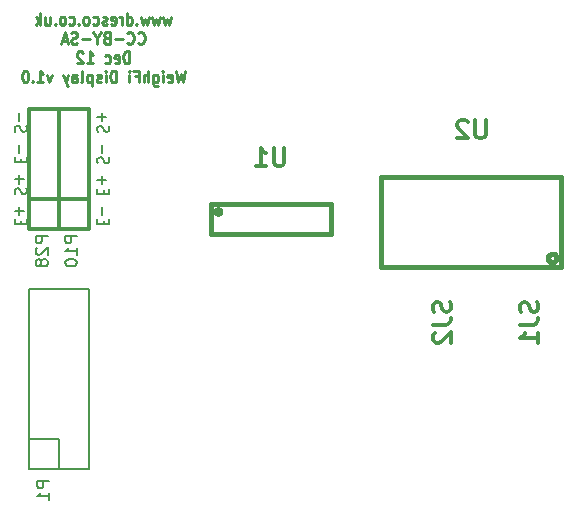
<source format=gbo>
G04 (created by PCBNEW-RS274X (2012-01-19 BZR 3256)-stable) date Mon 10 Dec 2012 15:28:44 GMT*
G01*
G70*
G90*
%MOIN*%
G04 Gerber Fmt 3.4, Leading zero omitted, Abs format*
%FSLAX34Y34*%
G04 APERTURE LIST*
%ADD10C,0.006000*%
%ADD11C,0.008900*%
%ADD12C,0.006900*%
%ADD13C,0.007900*%
%ADD14C,0.011800*%
%ADD15C,0.006700*%
%ADD16C,0.015000*%
%ADD17C,0.008000*%
%ADD18C,0.012000*%
G04 APERTURE END LIST*
G54D10*
G54D11*
X55242Y-31944D02*
X55175Y-32206D01*
X55108Y-32019D01*
X55040Y-32206D01*
X54973Y-31944D01*
X54871Y-31944D02*
X54804Y-32206D01*
X54737Y-32019D01*
X54669Y-32206D01*
X54602Y-31944D01*
X54500Y-31944D02*
X54433Y-32206D01*
X54366Y-32019D01*
X54298Y-32206D01*
X54231Y-31944D01*
X54096Y-32169D02*
X54079Y-32188D01*
X54096Y-32206D01*
X54113Y-32188D01*
X54096Y-32169D01*
X54096Y-32206D01*
X53775Y-32206D02*
X53775Y-31812D01*
X53775Y-32188D02*
X53809Y-32206D01*
X53876Y-32206D01*
X53910Y-32188D01*
X53927Y-32169D01*
X53944Y-32131D01*
X53944Y-32019D01*
X53927Y-31981D01*
X53910Y-31963D01*
X53876Y-31944D01*
X53809Y-31944D01*
X53775Y-31963D01*
X53607Y-32206D02*
X53607Y-31944D01*
X53607Y-32019D02*
X53590Y-31981D01*
X53573Y-31963D01*
X53539Y-31944D01*
X53506Y-31944D01*
X53253Y-32188D02*
X53287Y-32206D01*
X53354Y-32206D01*
X53388Y-32188D01*
X53405Y-32150D01*
X53405Y-32000D01*
X53388Y-31963D01*
X53354Y-31944D01*
X53287Y-31944D01*
X53253Y-31963D01*
X53236Y-32000D01*
X53236Y-32038D01*
X53405Y-32075D01*
X53102Y-32188D02*
X53068Y-32206D01*
X53000Y-32206D01*
X52967Y-32188D01*
X52950Y-32150D01*
X52950Y-32131D01*
X52967Y-32094D01*
X53000Y-32075D01*
X53051Y-32075D01*
X53085Y-32056D01*
X53102Y-32019D01*
X53102Y-32000D01*
X53085Y-31963D01*
X53051Y-31944D01*
X53000Y-31944D01*
X52967Y-31963D01*
X52646Y-32188D02*
X52680Y-32206D01*
X52747Y-32206D01*
X52781Y-32188D01*
X52798Y-32169D01*
X52815Y-32131D01*
X52815Y-32019D01*
X52798Y-31981D01*
X52781Y-31963D01*
X52747Y-31944D01*
X52680Y-31944D01*
X52646Y-31963D01*
X52444Y-32206D02*
X52478Y-32188D01*
X52495Y-32169D01*
X52512Y-32131D01*
X52512Y-32019D01*
X52495Y-31981D01*
X52478Y-31963D01*
X52444Y-31944D01*
X52394Y-31944D01*
X52360Y-31963D01*
X52343Y-31981D01*
X52326Y-32019D01*
X52326Y-32131D01*
X52343Y-32169D01*
X52360Y-32188D01*
X52394Y-32206D01*
X52444Y-32206D01*
X52175Y-32169D02*
X52158Y-32188D01*
X52175Y-32206D01*
X52192Y-32188D01*
X52175Y-32169D01*
X52175Y-32206D01*
X51854Y-32188D02*
X51888Y-32206D01*
X51955Y-32206D01*
X51989Y-32188D01*
X52006Y-32169D01*
X52023Y-32131D01*
X52023Y-32019D01*
X52006Y-31981D01*
X51989Y-31963D01*
X51955Y-31944D01*
X51888Y-31944D01*
X51854Y-31963D01*
X51652Y-32206D02*
X51686Y-32188D01*
X51703Y-32169D01*
X51720Y-32131D01*
X51720Y-32019D01*
X51703Y-31981D01*
X51686Y-31963D01*
X51652Y-31944D01*
X51602Y-31944D01*
X51568Y-31963D01*
X51551Y-31981D01*
X51534Y-32019D01*
X51534Y-32131D01*
X51551Y-32169D01*
X51568Y-32188D01*
X51602Y-32206D01*
X51652Y-32206D01*
X51383Y-32169D02*
X51366Y-32188D01*
X51383Y-32206D01*
X51400Y-32188D01*
X51383Y-32169D01*
X51383Y-32206D01*
X51062Y-31944D02*
X51062Y-32206D01*
X51214Y-31944D02*
X51214Y-32150D01*
X51197Y-32188D01*
X51163Y-32206D01*
X51113Y-32206D01*
X51079Y-32188D01*
X51062Y-32169D01*
X50894Y-32206D02*
X50894Y-31812D01*
X50860Y-32056D02*
X50759Y-32206D01*
X50759Y-31944D02*
X50894Y-32094D01*
X54145Y-32809D02*
X54162Y-32828D01*
X54213Y-32846D01*
X54247Y-32846D01*
X54297Y-32828D01*
X54331Y-32790D01*
X54348Y-32753D01*
X54365Y-32678D01*
X54365Y-32621D01*
X54348Y-32546D01*
X54331Y-32509D01*
X54297Y-32471D01*
X54247Y-32452D01*
X54213Y-32452D01*
X54162Y-32471D01*
X54145Y-32490D01*
X53791Y-32809D02*
X53808Y-32828D01*
X53859Y-32846D01*
X53893Y-32846D01*
X53943Y-32828D01*
X53977Y-32790D01*
X53994Y-32753D01*
X54011Y-32678D01*
X54011Y-32621D01*
X53994Y-32546D01*
X53977Y-32509D01*
X53943Y-32471D01*
X53893Y-32452D01*
X53859Y-32452D01*
X53808Y-32471D01*
X53791Y-32490D01*
X53640Y-32696D02*
X53370Y-32696D01*
X53084Y-32640D02*
X53033Y-32659D01*
X53016Y-32678D01*
X52999Y-32715D01*
X52999Y-32771D01*
X53016Y-32809D01*
X53033Y-32828D01*
X53067Y-32846D01*
X53202Y-32846D01*
X53202Y-32452D01*
X53084Y-32452D01*
X53050Y-32471D01*
X53033Y-32490D01*
X53016Y-32528D01*
X53016Y-32565D01*
X53033Y-32603D01*
X53050Y-32621D01*
X53084Y-32640D01*
X53202Y-32640D01*
X52780Y-32659D02*
X52780Y-32846D01*
X52898Y-32452D02*
X52780Y-32659D01*
X52662Y-32452D01*
X52545Y-32696D02*
X52275Y-32696D01*
X52124Y-32828D02*
X52073Y-32846D01*
X51989Y-32846D01*
X51955Y-32828D01*
X51938Y-32809D01*
X51921Y-32771D01*
X51921Y-32734D01*
X51938Y-32696D01*
X51955Y-32678D01*
X51989Y-32659D01*
X52056Y-32640D01*
X52090Y-32621D01*
X52107Y-32603D01*
X52124Y-32565D01*
X52124Y-32528D01*
X52107Y-32490D01*
X52090Y-32471D01*
X52056Y-32452D01*
X51972Y-32452D01*
X51921Y-32471D01*
X51787Y-32734D02*
X51618Y-32734D01*
X51820Y-32846D02*
X51702Y-32452D01*
X51584Y-32846D01*
X53860Y-33486D02*
X53860Y-33092D01*
X53775Y-33092D01*
X53725Y-33111D01*
X53691Y-33149D01*
X53674Y-33186D01*
X53657Y-33261D01*
X53657Y-33318D01*
X53674Y-33393D01*
X53691Y-33430D01*
X53725Y-33468D01*
X53775Y-33486D01*
X53860Y-33486D01*
X53371Y-33468D02*
X53405Y-33486D01*
X53472Y-33486D01*
X53506Y-33468D01*
X53523Y-33430D01*
X53523Y-33280D01*
X53506Y-33243D01*
X53472Y-33224D01*
X53405Y-33224D01*
X53371Y-33243D01*
X53354Y-33280D01*
X53354Y-33318D01*
X53523Y-33355D01*
X53051Y-33468D02*
X53085Y-33486D01*
X53152Y-33486D01*
X53186Y-33468D01*
X53203Y-33449D01*
X53220Y-33411D01*
X53220Y-33299D01*
X53203Y-33261D01*
X53186Y-33243D01*
X53152Y-33224D01*
X53085Y-33224D01*
X53051Y-33243D01*
X52444Y-33486D02*
X52647Y-33486D01*
X52545Y-33486D02*
X52545Y-33092D01*
X52579Y-33149D01*
X52613Y-33186D01*
X52647Y-33205D01*
X52310Y-33130D02*
X52293Y-33111D01*
X52259Y-33092D01*
X52175Y-33092D01*
X52141Y-33111D01*
X52124Y-33130D01*
X52107Y-33168D01*
X52107Y-33205D01*
X52124Y-33261D01*
X52326Y-33486D01*
X52107Y-33486D01*
X55714Y-33732D02*
X55630Y-34126D01*
X55563Y-33845D01*
X55495Y-34126D01*
X55411Y-33732D01*
X55141Y-34108D02*
X55175Y-34126D01*
X55242Y-34126D01*
X55276Y-34108D01*
X55293Y-34070D01*
X55293Y-33920D01*
X55276Y-33883D01*
X55242Y-33864D01*
X55175Y-33864D01*
X55141Y-33883D01*
X55124Y-33920D01*
X55124Y-33958D01*
X55293Y-33995D01*
X54973Y-34126D02*
X54973Y-33864D01*
X54973Y-33732D02*
X54990Y-33751D01*
X54973Y-33770D01*
X54956Y-33751D01*
X54973Y-33732D01*
X54973Y-33770D01*
X54652Y-33864D02*
X54652Y-34183D01*
X54669Y-34220D01*
X54686Y-34239D01*
X54719Y-34258D01*
X54770Y-34258D01*
X54804Y-34239D01*
X54652Y-34108D02*
X54686Y-34126D01*
X54753Y-34126D01*
X54787Y-34108D01*
X54804Y-34089D01*
X54821Y-34051D01*
X54821Y-33939D01*
X54804Y-33901D01*
X54787Y-33883D01*
X54753Y-33864D01*
X54686Y-33864D01*
X54652Y-33883D01*
X54484Y-34126D02*
X54484Y-33732D01*
X54332Y-34126D02*
X54332Y-33920D01*
X54349Y-33883D01*
X54383Y-33864D01*
X54433Y-33864D01*
X54467Y-33883D01*
X54484Y-33901D01*
X54046Y-33920D02*
X54164Y-33920D01*
X54164Y-34126D02*
X54164Y-33732D01*
X53995Y-33732D01*
X53861Y-34126D02*
X53861Y-33864D01*
X53861Y-33732D02*
X53878Y-33751D01*
X53861Y-33770D01*
X53844Y-33751D01*
X53861Y-33732D01*
X53861Y-33770D01*
X53422Y-34126D02*
X53422Y-33732D01*
X53337Y-33732D01*
X53287Y-33751D01*
X53253Y-33789D01*
X53236Y-33826D01*
X53219Y-33901D01*
X53219Y-33958D01*
X53236Y-34033D01*
X53253Y-34070D01*
X53287Y-34108D01*
X53337Y-34126D01*
X53422Y-34126D01*
X53068Y-34126D02*
X53068Y-33864D01*
X53068Y-33732D02*
X53085Y-33751D01*
X53068Y-33770D01*
X53051Y-33751D01*
X53068Y-33732D01*
X53068Y-33770D01*
X52916Y-34108D02*
X52882Y-34126D01*
X52814Y-34126D01*
X52781Y-34108D01*
X52764Y-34070D01*
X52764Y-34051D01*
X52781Y-34014D01*
X52814Y-33995D01*
X52865Y-33995D01*
X52899Y-33976D01*
X52916Y-33939D01*
X52916Y-33920D01*
X52899Y-33883D01*
X52865Y-33864D01*
X52814Y-33864D01*
X52781Y-33883D01*
X52612Y-33864D02*
X52612Y-34258D01*
X52612Y-33883D02*
X52578Y-33864D01*
X52511Y-33864D01*
X52477Y-33883D01*
X52460Y-33901D01*
X52443Y-33939D01*
X52443Y-34051D01*
X52460Y-34089D01*
X52477Y-34108D01*
X52511Y-34126D01*
X52578Y-34126D01*
X52612Y-34108D01*
X52241Y-34126D02*
X52275Y-34108D01*
X52292Y-34070D01*
X52292Y-33732D01*
X51955Y-34126D02*
X51955Y-33920D01*
X51972Y-33883D01*
X52006Y-33864D01*
X52073Y-33864D01*
X52107Y-33883D01*
X51955Y-34108D02*
X51989Y-34126D01*
X52073Y-34126D01*
X52107Y-34108D01*
X52124Y-34070D01*
X52124Y-34033D01*
X52107Y-33995D01*
X52073Y-33976D01*
X51989Y-33976D01*
X51955Y-33958D01*
X51820Y-33864D02*
X51736Y-34126D01*
X51652Y-33864D02*
X51736Y-34126D01*
X51770Y-34220D01*
X51787Y-34239D01*
X51820Y-34258D01*
X51280Y-33864D02*
X51196Y-34126D01*
X51112Y-33864D01*
X50791Y-34126D02*
X50994Y-34126D01*
X50892Y-34126D02*
X50892Y-33732D01*
X50926Y-33789D01*
X50960Y-33826D01*
X50994Y-33845D01*
X50640Y-34089D02*
X50623Y-34108D01*
X50640Y-34126D01*
X50657Y-34108D01*
X50640Y-34089D01*
X50640Y-34126D01*
X50403Y-33732D02*
X50370Y-33732D01*
X50336Y-33751D01*
X50319Y-33770D01*
X50302Y-33808D01*
X50285Y-33883D01*
X50285Y-33976D01*
X50302Y-34051D01*
X50319Y-34089D01*
X50336Y-34108D01*
X50370Y-34126D01*
X50403Y-34126D01*
X50437Y-34108D01*
X50454Y-34089D01*
X50471Y-34051D01*
X50488Y-33976D01*
X50488Y-33883D01*
X50471Y-33808D01*
X50454Y-33770D01*
X50437Y-33751D01*
X50403Y-33732D01*
G54D12*
X53000Y-38862D02*
X53000Y-38744D01*
X52794Y-38693D02*
X52794Y-38862D01*
X53188Y-38862D01*
X53188Y-38693D01*
X52944Y-38542D02*
X52944Y-38272D01*
X53000Y-37834D02*
X53000Y-37716D01*
X52794Y-37665D02*
X52794Y-37834D01*
X53188Y-37834D01*
X53188Y-37665D01*
X52944Y-37514D02*
X52944Y-37244D01*
X52794Y-37379D02*
X53094Y-37379D01*
X52812Y-36823D02*
X52794Y-36772D01*
X52794Y-36688D01*
X52812Y-36654D01*
X52831Y-36637D01*
X52869Y-36620D01*
X52906Y-36620D01*
X52944Y-36637D01*
X52962Y-36654D01*
X52981Y-36688D01*
X53000Y-36755D01*
X53019Y-36789D01*
X53037Y-36806D01*
X53075Y-36823D01*
X53112Y-36823D01*
X53150Y-36806D01*
X53169Y-36789D01*
X53188Y-36755D01*
X53188Y-36671D01*
X53169Y-36620D01*
X52944Y-36469D02*
X52944Y-36199D01*
X52812Y-35778D02*
X52794Y-35727D01*
X52794Y-35643D01*
X52812Y-35609D01*
X52831Y-35592D01*
X52869Y-35575D01*
X52906Y-35575D01*
X52944Y-35592D01*
X52962Y-35609D01*
X52981Y-35643D01*
X53000Y-35710D01*
X53019Y-35744D01*
X53037Y-35761D01*
X53075Y-35778D01*
X53112Y-35778D01*
X53150Y-35761D01*
X53169Y-35744D01*
X53188Y-35710D01*
X53188Y-35626D01*
X53169Y-35575D01*
X52944Y-35424D02*
X52944Y-35154D01*
X52794Y-35289D02*
X53094Y-35289D01*
G54D13*
X51500Y-46000D02*
X50500Y-46000D01*
X51500Y-47000D02*
X51500Y-46000D01*
G54D14*
X50500Y-38000D02*
X51500Y-38000D01*
X51500Y-38000D02*
X52500Y-38000D01*
G54D15*
X50244Y-38862D02*
X50244Y-38744D01*
X50038Y-38693D02*
X50038Y-38862D01*
X50432Y-38862D01*
X50432Y-38693D01*
X50188Y-38542D02*
X50188Y-38272D01*
X50038Y-38407D02*
X50338Y-38407D01*
X50056Y-37851D02*
X50038Y-37800D01*
X50038Y-37716D01*
X50056Y-37682D01*
X50075Y-37665D01*
X50113Y-37648D01*
X50150Y-37648D01*
X50188Y-37665D01*
X50206Y-37682D01*
X50225Y-37716D01*
X50244Y-37783D01*
X50263Y-37817D01*
X50281Y-37834D01*
X50319Y-37851D01*
X50356Y-37851D01*
X50394Y-37834D01*
X50413Y-37817D01*
X50432Y-37783D01*
X50432Y-37699D01*
X50413Y-37648D01*
X50188Y-37497D02*
X50188Y-37227D01*
X50038Y-37362D02*
X50338Y-37362D01*
X50244Y-36789D02*
X50244Y-36671D01*
X50038Y-36620D02*
X50038Y-36789D01*
X50432Y-36789D01*
X50432Y-36620D01*
X50188Y-36469D02*
X50188Y-36199D01*
X50056Y-35778D02*
X50038Y-35727D01*
X50038Y-35643D01*
X50056Y-35609D01*
X50075Y-35592D01*
X50113Y-35575D01*
X50150Y-35575D01*
X50188Y-35592D01*
X50206Y-35609D01*
X50225Y-35643D01*
X50244Y-35710D01*
X50263Y-35744D01*
X50281Y-35761D01*
X50319Y-35778D01*
X50356Y-35778D01*
X50394Y-35761D01*
X50413Y-35744D01*
X50432Y-35710D01*
X50432Y-35626D01*
X50413Y-35575D01*
X50188Y-35424D02*
X50188Y-35154D01*
G54D16*
X68097Y-39980D02*
X68094Y-40007D01*
X68086Y-40033D01*
X68073Y-40058D01*
X68056Y-40079D01*
X68034Y-40096D01*
X68010Y-40109D01*
X67984Y-40118D01*
X67956Y-40120D01*
X67930Y-40118D01*
X67904Y-40110D01*
X67879Y-40097D01*
X67858Y-40080D01*
X67840Y-40059D01*
X67827Y-40035D01*
X67819Y-40009D01*
X67816Y-39981D01*
X67818Y-39955D01*
X67825Y-39929D01*
X67838Y-39904D01*
X67855Y-39883D01*
X67876Y-39865D01*
X67900Y-39851D01*
X67926Y-39843D01*
X67954Y-39840D01*
X67980Y-39842D01*
X68006Y-39849D01*
X68031Y-39861D01*
X68053Y-39878D01*
X68071Y-39899D01*
X68084Y-39923D01*
X68093Y-39949D01*
X68096Y-39977D01*
X68097Y-39980D01*
X62256Y-37280D02*
X68256Y-37280D01*
X68256Y-37280D02*
X68256Y-40280D01*
X68256Y-40280D02*
X62256Y-40280D01*
X62256Y-40280D02*
X62256Y-37280D01*
X56883Y-38431D02*
X56881Y-38444D01*
X56877Y-38457D01*
X56871Y-38469D01*
X56862Y-38480D01*
X56852Y-38489D01*
X56840Y-38495D01*
X56827Y-38499D01*
X56813Y-38500D01*
X56800Y-38499D01*
X56787Y-38495D01*
X56775Y-38489D01*
X56765Y-38481D01*
X56756Y-38470D01*
X56749Y-38458D01*
X56745Y-38445D01*
X56744Y-38431D01*
X56745Y-38419D01*
X56748Y-38406D01*
X56755Y-38394D01*
X56763Y-38383D01*
X56774Y-38374D01*
X56785Y-38367D01*
X56798Y-38363D01*
X56812Y-38362D01*
X56825Y-38363D01*
X56838Y-38366D01*
X56850Y-38372D01*
X56861Y-38381D01*
X56870Y-38391D01*
X56876Y-38403D01*
X56881Y-38416D01*
X56882Y-38430D01*
X56883Y-38431D01*
X56563Y-39181D02*
X60563Y-39181D01*
X60563Y-39181D02*
X60563Y-38181D01*
X60563Y-38181D02*
X56563Y-38181D01*
X56563Y-38181D02*
X56563Y-39181D01*
G54D17*
X50500Y-41000D02*
X50500Y-47000D01*
X52500Y-47000D02*
X52500Y-41000D01*
X52500Y-41000D02*
X50500Y-41000D01*
X50500Y-47000D02*
X52500Y-47000D01*
G54D18*
X52500Y-39000D02*
X51500Y-39000D01*
X51500Y-35000D02*
X52500Y-35000D01*
X52500Y-39000D02*
X52500Y-35000D01*
X51500Y-35000D02*
X51500Y-39000D01*
X51500Y-39000D02*
X50500Y-39000D01*
X50500Y-35000D02*
X51500Y-35000D01*
X51500Y-39000D02*
X51500Y-35000D01*
X50500Y-35000D02*
X50500Y-39000D01*
X65733Y-35391D02*
X65733Y-35877D01*
X65705Y-35934D01*
X65676Y-35962D01*
X65619Y-35991D01*
X65505Y-35991D01*
X65447Y-35962D01*
X65419Y-35934D01*
X65390Y-35877D01*
X65390Y-35391D01*
X65133Y-35448D02*
X65104Y-35419D01*
X65047Y-35391D01*
X64904Y-35391D01*
X64847Y-35419D01*
X64818Y-35448D01*
X64790Y-35505D01*
X64790Y-35562D01*
X64818Y-35648D01*
X65161Y-35991D01*
X64790Y-35991D01*
X64545Y-41441D02*
X64574Y-41527D01*
X64574Y-41670D01*
X64545Y-41727D01*
X64517Y-41756D01*
X64460Y-41784D01*
X64402Y-41784D01*
X64345Y-41756D01*
X64317Y-41727D01*
X64288Y-41670D01*
X64260Y-41556D01*
X64231Y-41498D01*
X64202Y-41470D01*
X64145Y-41441D01*
X64088Y-41441D01*
X64031Y-41470D01*
X64002Y-41498D01*
X63974Y-41556D01*
X63974Y-41698D01*
X64002Y-41784D01*
X63974Y-42212D02*
X64402Y-42212D01*
X64488Y-42184D01*
X64545Y-42127D01*
X64574Y-42041D01*
X64574Y-41984D01*
X64031Y-42469D02*
X64002Y-42498D01*
X63974Y-42555D01*
X63974Y-42698D01*
X64002Y-42755D01*
X64031Y-42784D01*
X64088Y-42812D01*
X64145Y-42812D01*
X64231Y-42784D01*
X64574Y-42441D01*
X64574Y-42812D01*
X67458Y-41441D02*
X67487Y-41527D01*
X67487Y-41670D01*
X67458Y-41727D01*
X67430Y-41756D01*
X67373Y-41784D01*
X67315Y-41784D01*
X67258Y-41756D01*
X67230Y-41727D01*
X67201Y-41670D01*
X67173Y-41556D01*
X67144Y-41498D01*
X67115Y-41470D01*
X67058Y-41441D01*
X67001Y-41441D01*
X66944Y-41470D01*
X66915Y-41498D01*
X66887Y-41556D01*
X66887Y-41698D01*
X66915Y-41784D01*
X66887Y-42212D02*
X67315Y-42212D01*
X67401Y-42184D01*
X67458Y-42127D01*
X67487Y-42041D01*
X67487Y-41984D01*
X67487Y-42812D02*
X67487Y-42469D01*
X67487Y-42641D02*
X66887Y-42641D01*
X66973Y-42584D01*
X67030Y-42526D01*
X67058Y-42469D01*
X59020Y-36324D02*
X59020Y-36810D01*
X58992Y-36867D01*
X58963Y-36895D01*
X58906Y-36924D01*
X58792Y-36924D01*
X58734Y-36895D01*
X58706Y-36867D01*
X58677Y-36810D01*
X58677Y-36324D01*
X58077Y-36924D02*
X58420Y-36924D01*
X58248Y-36924D02*
X58248Y-36324D01*
X58305Y-36410D01*
X58363Y-36467D01*
X58420Y-36495D01*
G54D17*
X51186Y-47422D02*
X50786Y-47422D01*
X50786Y-47575D01*
X50805Y-47613D01*
X50824Y-47632D01*
X50862Y-47651D01*
X50919Y-47651D01*
X50957Y-47632D01*
X50976Y-47613D01*
X50995Y-47575D01*
X50995Y-47422D01*
X51186Y-48032D02*
X51186Y-47803D01*
X51186Y-47917D02*
X50786Y-47917D01*
X50843Y-47879D01*
X50881Y-47841D01*
X50900Y-47803D01*
X52115Y-39262D02*
X51715Y-39262D01*
X51715Y-39415D01*
X51734Y-39453D01*
X51753Y-39472D01*
X51791Y-39491D01*
X51848Y-39491D01*
X51886Y-39472D01*
X51905Y-39453D01*
X51924Y-39415D01*
X51924Y-39262D01*
X52115Y-39872D02*
X52115Y-39643D01*
X52115Y-39757D02*
X51715Y-39757D01*
X51772Y-39719D01*
X51810Y-39681D01*
X51829Y-39643D01*
X51715Y-40119D02*
X51715Y-40158D01*
X51734Y-40196D01*
X51753Y-40215D01*
X51791Y-40234D01*
X51867Y-40253D01*
X51963Y-40253D01*
X52039Y-40234D01*
X52077Y-40215D01*
X52096Y-40196D01*
X52115Y-40158D01*
X52115Y-40119D01*
X52096Y-40081D01*
X52077Y-40062D01*
X52039Y-40043D01*
X51963Y-40024D01*
X51867Y-40024D01*
X51791Y-40043D01*
X51753Y-40062D01*
X51734Y-40081D01*
X51715Y-40119D01*
X51138Y-39262D02*
X50738Y-39262D01*
X50738Y-39415D01*
X50757Y-39453D01*
X50776Y-39472D01*
X50814Y-39491D01*
X50871Y-39491D01*
X50909Y-39472D01*
X50928Y-39453D01*
X50947Y-39415D01*
X50947Y-39262D01*
X50776Y-39643D02*
X50757Y-39662D01*
X50738Y-39700D01*
X50738Y-39796D01*
X50757Y-39834D01*
X50776Y-39853D01*
X50814Y-39872D01*
X50852Y-39872D01*
X50909Y-39853D01*
X51138Y-39624D01*
X51138Y-39872D01*
X50909Y-40100D02*
X50890Y-40062D01*
X50871Y-40043D01*
X50833Y-40024D01*
X50814Y-40024D01*
X50776Y-40043D01*
X50757Y-40062D01*
X50738Y-40100D01*
X50738Y-40177D01*
X50757Y-40215D01*
X50776Y-40234D01*
X50814Y-40253D01*
X50833Y-40253D01*
X50871Y-40234D01*
X50890Y-40215D01*
X50909Y-40177D01*
X50909Y-40100D01*
X50928Y-40062D01*
X50947Y-40043D01*
X50986Y-40024D01*
X51062Y-40024D01*
X51100Y-40043D01*
X51119Y-40062D01*
X51138Y-40100D01*
X51138Y-40177D01*
X51119Y-40215D01*
X51100Y-40234D01*
X51062Y-40253D01*
X50986Y-40253D01*
X50947Y-40234D01*
X50928Y-40215D01*
X50909Y-40177D01*
M02*

</source>
